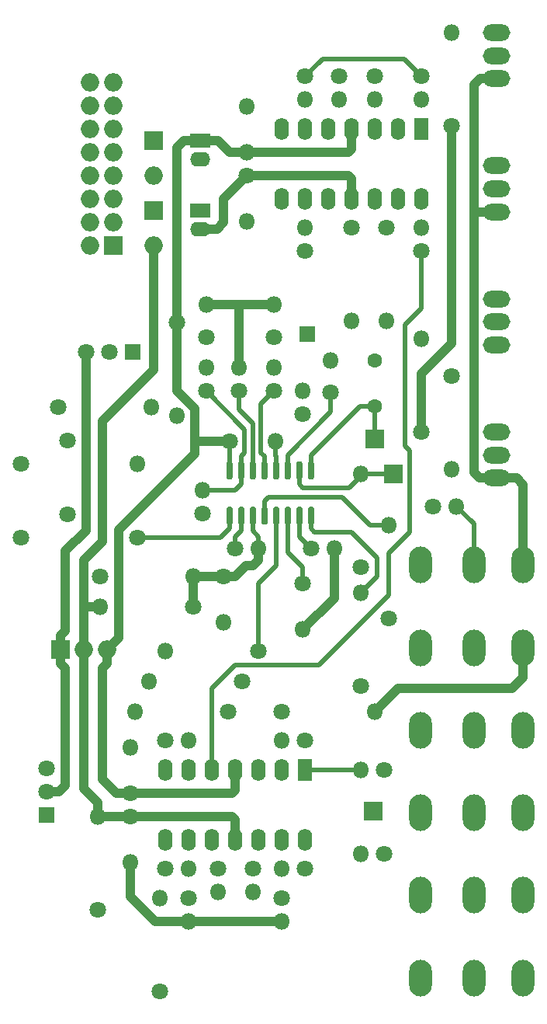
<source format=gbr>
G04 #@! TF.GenerationSoftware,KiCad,Pcbnew,(5.1.5-0)*
G04 #@! TF.CreationDate,2020-08-15T12:00:28+09:00*
G04 #@! TF.ProjectId,3340VCO_pcb_main,33333430-5643-44f5-9f70-63625f6d6169,rev?*
G04 #@! TF.SameCoordinates,PX30a32c0PY9becfe0*
G04 #@! TF.FileFunction,Copper,L1,Top*
G04 #@! TF.FilePolarity,Positive*
%FSLAX46Y46*%
G04 Gerber Fmt 4.6, Leading zero omitted, Abs format (unit mm)*
G04 Created by KiCad (PCBNEW (5.1.5-0)) date 2020-08-15 12:00:28*
%MOMM*%
%LPD*%
G04 APERTURE LIST*
%ADD10O,2.000000X2.000000*%
%ADD11R,2.000000X2.000000*%
%ADD12R,1.800000X1.800000*%
%ADD13C,1.800000*%
%ADD14C,1.600000*%
%ADD15O,1.800000X1.800000*%
%ADD16O,1.600000X2.400000*%
%ADD17R,1.600000X2.400000*%
%ADD18O,2.500000X4.000000*%
%ADD19R,2.200000X1.600000*%
%ADD20O,2.200000X1.600000*%
%ADD21O,3.000000X1.800000*%
%ADD22C,0.100000*%
%ADD23C,0.500000*%
%ADD24C,1.000000*%
G04 APERTURE END LIST*
D10*
X12700000Y39814500D03*
X10160000Y39814500D03*
D11*
X7620000Y39814500D03*
X41719500Y22161500D03*
X43942000Y58928000D03*
X41910000Y62738000D03*
D12*
X34544000Y74168000D03*
X6019800Y21717000D03*
D13*
X6019800Y26797000D03*
X6019800Y24257000D03*
D12*
X15443200Y72237600D03*
D13*
X10363200Y72237600D03*
X12903200Y72237600D03*
D14*
X41910000Y71294000D03*
X41910000Y66294000D03*
D13*
X29210000Y39624000D03*
D15*
X19050000Y39624000D03*
D16*
X34290000Y19050000D03*
X19050000Y26670000D03*
X31750000Y19050000D03*
X21590000Y26670000D03*
X29210000Y19050000D03*
X24130000Y26670000D03*
X26670000Y19050000D03*
X26670000Y26670000D03*
X24130000Y19050000D03*
X29210000Y26670000D03*
X21590000Y19050000D03*
X31750000Y26670000D03*
X19050000Y19050000D03*
D17*
X34290000Y26670000D03*
D16*
X46990000Y88900000D03*
X31750000Y96520000D03*
X44450000Y88900000D03*
X34290000Y96520000D03*
X41910000Y88900000D03*
X36830000Y96520000D03*
X39370000Y88900000D03*
X39370000Y96520000D03*
X36830000Y88900000D03*
X41910000Y96520000D03*
X34290000Y88900000D03*
X44450000Y96520000D03*
X31750000Y88900000D03*
D17*
X46990000Y96520000D03*
D13*
X39370000Y85725000D03*
D15*
X39370000Y75565000D03*
D13*
X27051000Y67945000D03*
D15*
X27051000Y70485000D03*
D18*
X46850000Y31000000D03*
X52700000Y31000000D03*
X58050000Y31000000D03*
X46850000Y4000000D03*
X52700000Y4000000D03*
X58050000Y4000000D03*
X46850000Y13000000D03*
X52700000Y13000000D03*
X58050000Y13000000D03*
X46850000Y22000000D03*
X52700000Y22000000D03*
X58050000Y22000000D03*
X46850000Y40000000D03*
X52700000Y40000000D03*
X58050000Y40000000D03*
X46850000Y49000000D03*
X52700000Y49000000D03*
X58050000Y49000000D03*
D15*
X27940000Y86440000D03*
D13*
X27940000Y91440000D03*
D15*
X23495000Y77343000D03*
D13*
X23495000Y73843000D03*
D15*
X30861000Y77343000D03*
D13*
X30861000Y73843000D03*
X34036000Y46990000D03*
D15*
X34036000Y41990000D03*
D13*
X37084000Y67818000D03*
D15*
X37084000Y71318000D03*
D19*
X22860000Y95250000D03*
D20*
X22860000Y93250000D03*
X22860000Y85630000D03*
D19*
X22860000Y87630000D03*
D15*
X25400000Y42752000D03*
D13*
X25400000Y47752000D03*
D15*
X31035000Y62484000D03*
D13*
X26035000Y62484000D03*
D15*
X15240000Y29130000D03*
D13*
X15240000Y24130000D03*
X15240000Y21590000D03*
D15*
X15240000Y16590000D03*
X27940000Y93980000D03*
X27940000Y98980000D03*
D13*
X16000000Y52000000D03*
X8380000Y54540000D03*
X3300000Y52000000D03*
D21*
X55200000Y78000000D03*
X55200000Y75500000D03*
X55200000Y73000000D03*
X55200000Y58500000D03*
X55200000Y61000000D03*
X55200000Y63500000D03*
X55200000Y92500000D03*
X55200000Y90000000D03*
X55200000Y87500000D03*
X55200000Y102000000D03*
X55200000Y104500000D03*
X55200000Y107000000D03*
D15*
X16000000Y60000000D03*
D13*
X8380000Y62540000D03*
X3300000Y60000000D03*
X19050000Y15875000D03*
D15*
X21590000Y15875000D03*
X31750000Y15875000D03*
D13*
X34290000Y15875000D03*
X31750000Y12700000D03*
D15*
X31750000Y10160000D03*
D10*
X17780000Y91440000D03*
D11*
X17780000Y95250000D03*
X17780000Y87630000D03*
D10*
X17780000Y83820000D03*
D15*
X23495000Y70485000D03*
D13*
X23495000Y67945000D03*
X30861000Y67945000D03*
D15*
X30861000Y70485000D03*
X41910000Y99695000D03*
D13*
X41910000Y102235000D03*
D15*
X37973000Y99695000D03*
D13*
X37973000Y102235000D03*
D15*
X46990000Y85725000D03*
D13*
X46990000Y83185000D03*
X34290000Y83185000D03*
D15*
X34290000Y85725000D03*
D13*
X46990000Y102235000D03*
D15*
X46990000Y99695000D03*
D13*
X34290000Y102235000D03*
D15*
X34290000Y99695000D03*
X21590000Y29845000D03*
D13*
X19050000Y29845000D03*
D15*
X23114000Y57150000D03*
D13*
X23114000Y54610000D03*
X34925000Y50800000D03*
D15*
X37465000Y50800000D03*
D13*
X34036000Y65405000D03*
D15*
X34036000Y67945000D03*
X29210000Y50800000D03*
D13*
X26670000Y50800000D03*
X24765000Y15875000D03*
D15*
X24765000Y13335000D03*
X28575000Y13335000D03*
D13*
X28575000Y15875000D03*
D15*
X21590000Y10160000D03*
D13*
X21590000Y12700000D03*
D15*
X31750000Y29845000D03*
D13*
X34290000Y29845000D03*
X42926000Y17526000D03*
D15*
X40386000Y17526000D03*
X40386000Y26670000D03*
D13*
X42926000Y26670000D03*
G04 #@! TA.AperFunction,SMDPad,CuDef*
D22*
G36*
X26199703Y55331278D02*
G01*
X26214264Y55329118D01*
X26228543Y55325541D01*
X26242403Y55320582D01*
X26255710Y55314288D01*
X26268336Y55306720D01*
X26280159Y55297952D01*
X26291066Y55288066D01*
X26300952Y55277159D01*
X26309720Y55265336D01*
X26317288Y55252710D01*
X26323582Y55239403D01*
X26328541Y55225543D01*
X26332118Y55211264D01*
X26334278Y55196703D01*
X26335000Y55182000D01*
X26335000Y53532000D01*
X26334278Y53517297D01*
X26332118Y53502736D01*
X26328541Y53488457D01*
X26323582Y53474597D01*
X26317288Y53461290D01*
X26309720Y53448664D01*
X26300952Y53436841D01*
X26291066Y53425934D01*
X26280159Y53416048D01*
X26268336Y53407280D01*
X26255710Y53399712D01*
X26242403Y53393418D01*
X26228543Y53388459D01*
X26214264Y53384882D01*
X26199703Y53382722D01*
X26185000Y53382000D01*
X25885000Y53382000D01*
X25870297Y53382722D01*
X25855736Y53384882D01*
X25841457Y53388459D01*
X25827597Y53393418D01*
X25814290Y53399712D01*
X25801664Y53407280D01*
X25789841Y53416048D01*
X25778934Y53425934D01*
X25769048Y53436841D01*
X25760280Y53448664D01*
X25752712Y53461290D01*
X25746418Y53474597D01*
X25741459Y53488457D01*
X25737882Y53502736D01*
X25735722Y53517297D01*
X25735000Y53532000D01*
X25735000Y55182000D01*
X25735722Y55196703D01*
X25737882Y55211264D01*
X25741459Y55225543D01*
X25746418Y55239403D01*
X25752712Y55252710D01*
X25760280Y55265336D01*
X25769048Y55277159D01*
X25778934Y55288066D01*
X25789841Y55297952D01*
X25801664Y55306720D01*
X25814290Y55314288D01*
X25827597Y55320582D01*
X25841457Y55325541D01*
X25855736Y55329118D01*
X25870297Y55331278D01*
X25885000Y55332000D01*
X26185000Y55332000D01*
X26199703Y55331278D01*
G37*
G04 #@! TD.AperFunction*
G04 #@! TA.AperFunction,SMDPad,CuDef*
G36*
X27469703Y55331278D02*
G01*
X27484264Y55329118D01*
X27498543Y55325541D01*
X27512403Y55320582D01*
X27525710Y55314288D01*
X27538336Y55306720D01*
X27550159Y55297952D01*
X27561066Y55288066D01*
X27570952Y55277159D01*
X27579720Y55265336D01*
X27587288Y55252710D01*
X27593582Y55239403D01*
X27598541Y55225543D01*
X27602118Y55211264D01*
X27604278Y55196703D01*
X27605000Y55182000D01*
X27605000Y53532000D01*
X27604278Y53517297D01*
X27602118Y53502736D01*
X27598541Y53488457D01*
X27593582Y53474597D01*
X27587288Y53461290D01*
X27579720Y53448664D01*
X27570952Y53436841D01*
X27561066Y53425934D01*
X27550159Y53416048D01*
X27538336Y53407280D01*
X27525710Y53399712D01*
X27512403Y53393418D01*
X27498543Y53388459D01*
X27484264Y53384882D01*
X27469703Y53382722D01*
X27455000Y53382000D01*
X27155000Y53382000D01*
X27140297Y53382722D01*
X27125736Y53384882D01*
X27111457Y53388459D01*
X27097597Y53393418D01*
X27084290Y53399712D01*
X27071664Y53407280D01*
X27059841Y53416048D01*
X27048934Y53425934D01*
X27039048Y53436841D01*
X27030280Y53448664D01*
X27022712Y53461290D01*
X27016418Y53474597D01*
X27011459Y53488457D01*
X27007882Y53502736D01*
X27005722Y53517297D01*
X27005000Y53532000D01*
X27005000Y55182000D01*
X27005722Y55196703D01*
X27007882Y55211264D01*
X27011459Y55225543D01*
X27016418Y55239403D01*
X27022712Y55252710D01*
X27030280Y55265336D01*
X27039048Y55277159D01*
X27048934Y55288066D01*
X27059841Y55297952D01*
X27071664Y55306720D01*
X27084290Y55314288D01*
X27097597Y55320582D01*
X27111457Y55325541D01*
X27125736Y55329118D01*
X27140297Y55331278D01*
X27155000Y55332000D01*
X27455000Y55332000D01*
X27469703Y55331278D01*
G37*
G04 #@! TD.AperFunction*
G04 #@! TA.AperFunction,SMDPad,CuDef*
G36*
X28739703Y55331278D02*
G01*
X28754264Y55329118D01*
X28768543Y55325541D01*
X28782403Y55320582D01*
X28795710Y55314288D01*
X28808336Y55306720D01*
X28820159Y55297952D01*
X28831066Y55288066D01*
X28840952Y55277159D01*
X28849720Y55265336D01*
X28857288Y55252710D01*
X28863582Y55239403D01*
X28868541Y55225543D01*
X28872118Y55211264D01*
X28874278Y55196703D01*
X28875000Y55182000D01*
X28875000Y53532000D01*
X28874278Y53517297D01*
X28872118Y53502736D01*
X28868541Y53488457D01*
X28863582Y53474597D01*
X28857288Y53461290D01*
X28849720Y53448664D01*
X28840952Y53436841D01*
X28831066Y53425934D01*
X28820159Y53416048D01*
X28808336Y53407280D01*
X28795710Y53399712D01*
X28782403Y53393418D01*
X28768543Y53388459D01*
X28754264Y53384882D01*
X28739703Y53382722D01*
X28725000Y53382000D01*
X28425000Y53382000D01*
X28410297Y53382722D01*
X28395736Y53384882D01*
X28381457Y53388459D01*
X28367597Y53393418D01*
X28354290Y53399712D01*
X28341664Y53407280D01*
X28329841Y53416048D01*
X28318934Y53425934D01*
X28309048Y53436841D01*
X28300280Y53448664D01*
X28292712Y53461290D01*
X28286418Y53474597D01*
X28281459Y53488457D01*
X28277882Y53502736D01*
X28275722Y53517297D01*
X28275000Y53532000D01*
X28275000Y55182000D01*
X28275722Y55196703D01*
X28277882Y55211264D01*
X28281459Y55225543D01*
X28286418Y55239403D01*
X28292712Y55252710D01*
X28300280Y55265336D01*
X28309048Y55277159D01*
X28318934Y55288066D01*
X28329841Y55297952D01*
X28341664Y55306720D01*
X28354290Y55314288D01*
X28367597Y55320582D01*
X28381457Y55325541D01*
X28395736Y55329118D01*
X28410297Y55331278D01*
X28425000Y55332000D01*
X28725000Y55332000D01*
X28739703Y55331278D01*
G37*
G04 #@! TD.AperFunction*
G04 #@! TA.AperFunction,SMDPad,CuDef*
G36*
X30009703Y55331278D02*
G01*
X30024264Y55329118D01*
X30038543Y55325541D01*
X30052403Y55320582D01*
X30065710Y55314288D01*
X30078336Y55306720D01*
X30090159Y55297952D01*
X30101066Y55288066D01*
X30110952Y55277159D01*
X30119720Y55265336D01*
X30127288Y55252710D01*
X30133582Y55239403D01*
X30138541Y55225543D01*
X30142118Y55211264D01*
X30144278Y55196703D01*
X30145000Y55182000D01*
X30145000Y53532000D01*
X30144278Y53517297D01*
X30142118Y53502736D01*
X30138541Y53488457D01*
X30133582Y53474597D01*
X30127288Y53461290D01*
X30119720Y53448664D01*
X30110952Y53436841D01*
X30101066Y53425934D01*
X30090159Y53416048D01*
X30078336Y53407280D01*
X30065710Y53399712D01*
X30052403Y53393418D01*
X30038543Y53388459D01*
X30024264Y53384882D01*
X30009703Y53382722D01*
X29995000Y53382000D01*
X29695000Y53382000D01*
X29680297Y53382722D01*
X29665736Y53384882D01*
X29651457Y53388459D01*
X29637597Y53393418D01*
X29624290Y53399712D01*
X29611664Y53407280D01*
X29599841Y53416048D01*
X29588934Y53425934D01*
X29579048Y53436841D01*
X29570280Y53448664D01*
X29562712Y53461290D01*
X29556418Y53474597D01*
X29551459Y53488457D01*
X29547882Y53502736D01*
X29545722Y53517297D01*
X29545000Y53532000D01*
X29545000Y55182000D01*
X29545722Y55196703D01*
X29547882Y55211264D01*
X29551459Y55225543D01*
X29556418Y55239403D01*
X29562712Y55252710D01*
X29570280Y55265336D01*
X29579048Y55277159D01*
X29588934Y55288066D01*
X29599841Y55297952D01*
X29611664Y55306720D01*
X29624290Y55314288D01*
X29637597Y55320582D01*
X29651457Y55325541D01*
X29665736Y55329118D01*
X29680297Y55331278D01*
X29695000Y55332000D01*
X29995000Y55332000D01*
X30009703Y55331278D01*
G37*
G04 #@! TD.AperFunction*
G04 #@! TA.AperFunction,SMDPad,CuDef*
G36*
X31279703Y55331278D02*
G01*
X31294264Y55329118D01*
X31308543Y55325541D01*
X31322403Y55320582D01*
X31335710Y55314288D01*
X31348336Y55306720D01*
X31360159Y55297952D01*
X31371066Y55288066D01*
X31380952Y55277159D01*
X31389720Y55265336D01*
X31397288Y55252710D01*
X31403582Y55239403D01*
X31408541Y55225543D01*
X31412118Y55211264D01*
X31414278Y55196703D01*
X31415000Y55182000D01*
X31415000Y53532000D01*
X31414278Y53517297D01*
X31412118Y53502736D01*
X31408541Y53488457D01*
X31403582Y53474597D01*
X31397288Y53461290D01*
X31389720Y53448664D01*
X31380952Y53436841D01*
X31371066Y53425934D01*
X31360159Y53416048D01*
X31348336Y53407280D01*
X31335710Y53399712D01*
X31322403Y53393418D01*
X31308543Y53388459D01*
X31294264Y53384882D01*
X31279703Y53382722D01*
X31265000Y53382000D01*
X30965000Y53382000D01*
X30950297Y53382722D01*
X30935736Y53384882D01*
X30921457Y53388459D01*
X30907597Y53393418D01*
X30894290Y53399712D01*
X30881664Y53407280D01*
X30869841Y53416048D01*
X30858934Y53425934D01*
X30849048Y53436841D01*
X30840280Y53448664D01*
X30832712Y53461290D01*
X30826418Y53474597D01*
X30821459Y53488457D01*
X30817882Y53502736D01*
X30815722Y53517297D01*
X30815000Y53532000D01*
X30815000Y55182000D01*
X30815722Y55196703D01*
X30817882Y55211264D01*
X30821459Y55225543D01*
X30826418Y55239403D01*
X30832712Y55252710D01*
X30840280Y55265336D01*
X30849048Y55277159D01*
X30858934Y55288066D01*
X30869841Y55297952D01*
X30881664Y55306720D01*
X30894290Y55314288D01*
X30907597Y55320582D01*
X30921457Y55325541D01*
X30935736Y55329118D01*
X30950297Y55331278D01*
X30965000Y55332000D01*
X31265000Y55332000D01*
X31279703Y55331278D01*
G37*
G04 #@! TD.AperFunction*
G04 #@! TA.AperFunction,SMDPad,CuDef*
G36*
X32549703Y55331278D02*
G01*
X32564264Y55329118D01*
X32578543Y55325541D01*
X32592403Y55320582D01*
X32605710Y55314288D01*
X32618336Y55306720D01*
X32630159Y55297952D01*
X32641066Y55288066D01*
X32650952Y55277159D01*
X32659720Y55265336D01*
X32667288Y55252710D01*
X32673582Y55239403D01*
X32678541Y55225543D01*
X32682118Y55211264D01*
X32684278Y55196703D01*
X32685000Y55182000D01*
X32685000Y53532000D01*
X32684278Y53517297D01*
X32682118Y53502736D01*
X32678541Y53488457D01*
X32673582Y53474597D01*
X32667288Y53461290D01*
X32659720Y53448664D01*
X32650952Y53436841D01*
X32641066Y53425934D01*
X32630159Y53416048D01*
X32618336Y53407280D01*
X32605710Y53399712D01*
X32592403Y53393418D01*
X32578543Y53388459D01*
X32564264Y53384882D01*
X32549703Y53382722D01*
X32535000Y53382000D01*
X32235000Y53382000D01*
X32220297Y53382722D01*
X32205736Y53384882D01*
X32191457Y53388459D01*
X32177597Y53393418D01*
X32164290Y53399712D01*
X32151664Y53407280D01*
X32139841Y53416048D01*
X32128934Y53425934D01*
X32119048Y53436841D01*
X32110280Y53448664D01*
X32102712Y53461290D01*
X32096418Y53474597D01*
X32091459Y53488457D01*
X32087882Y53502736D01*
X32085722Y53517297D01*
X32085000Y53532000D01*
X32085000Y55182000D01*
X32085722Y55196703D01*
X32087882Y55211264D01*
X32091459Y55225543D01*
X32096418Y55239403D01*
X32102712Y55252710D01*
X32110280Y55265336D01*
X32119048Y55277159D01*
X32128934Y55288066D01*
X32139841Y55297952D01*
X32151664Y55306720D01*
X32164290Y55314288D01*
X32177597Y55320582D01*
X32191457Y55325541D01*
X32205736Y55329118D01*
X32220297Y55331278D01*
X32235000Y55332000D01*
X32535000Y55332000D01*
X32549703Y55331278D01*
G37*
G04 #@! TD.AperFunction*
G04 #@! TA.AperFunction,SMDPad,CuDef*
G36*
X33819703Y55331278D02*
G01*
X33834264Y55329118D01*
X33848543Y55325541D01*
X33862403Y55320582D01*
X33875710Y55314288D01*
X33888336Y55306720D01*
X33900159Y55297952D01*
X33911066Y55288066D01*
X33920952Y55277159D01*
X33929720Y55265336D01*
X33937288Y55252710D01*
X33943582Y55239403D01*
X33948541Y55225543D01*
X33952118Y55211264D01*
X33954278Y55196703D01*
X33955000Y55182000D01*
X33955000Y53532000D01*
X33954278Y53517297D01*
X33952118Y53502736D01*
X33948541Y53488457D01*
X33943582Y53474597D01*
X33937288Y53461290D01*
X33929720Y53448664D01*
X33920952Y53436841D01*
X33911066Y53425934D01*
X33900159Y53416048D01*
X33888336Y53407280D01*
X33875710Y53399712D01*
X33862403Y53393418D01*
X33848543Y53388459D01*
X33834264Y53384882D01*
X33819703Y53382722D01*
X33805000Y53382000D01*
X33505000Y53382000D01*
X33490297Y53382722D01*
X33475736Y53384882D01*
X33461457Y53388459D01*
X33447597Y53393418D01*
X33434290Y53399712D01*
X33421664Y53407280D01*
X33409841Y53416048D01*
X33398934Y53425934D01*
X33389048Y53436841D01*
X33380280Y53448664D01*
X33372712Y53461290D01*
X33366418Y53474597D01*
X33361459Y53488457D01*
X33357882Y53502736D01*
X33355722Y53517297D01*
X33355000Y53532000D01*
X33355000Y55182000D01*
X33355722Y55196703D01*
X33357882Y55211264D01*
X33361459Y55225543D01*
X33366418Y55239403D01*
X33372712Y55252710D01*
X33380280Y55265336D01*
X33389048Y55277159D01*
X33398934Y55288066D01*
X33409841Y55297952D01*
X33421664Y55306720D01*
X33434290Y55314288D01*
X33447597Y55320582D01*
X33461457Y55325541D01*
X33475736Y55329118D01*
X33490297Y55331278D01*
X33505000Y55332000D01*
X33805000Y55332000D01*
X33819703Y55331278D01*
G37*
G04 #@! TD.AperFunction*
G04 #@! TA.AperFunction,SMDPad,CuDef*
G36*
X35089703Y55331278D02*
G01*
X35104264Y55329118D01*
X35118543Y55325541D01*
X35132403Y55320582D01*
X35145710Y55314288D01*
X35158336Y55306720D01*
X35170159Y55297952D01*
X35181066Y55288066D01*
X35190952Y55277159D01*
X35199720Y55265336D01*
X35207288Y55252710D01*
X35213582Y55239403D01*
X35218541Y55225543D01*
X35222118Y55211264D01*
X35224278Y55196703D01*
X35225000Y55182000D01*
X35225000Y53532000D01*
X35224278Y53517297D01*
X35222118Y53502736D01*
X35218541Y53488457D01*
X35213582Y53474597D01*
X35207288Y53461290D01*
X35199720Y53448664D01*
X35190952Y53436841D01*
X35181066Y53425934D01*
X35170159Y53416048D01*
X35158336Y53407280D01*
X35145710Y53399712D01*
X35132403Y53393418D01*
X35118543Y53388459D01*
X35104264Y53384882D01*
X35089703Y53382722D01*
X35075000Y53382000D01*
X34775000Y53382000D01*
X34760297Y53382722D01*
X34745736Y53384882D01*
X34731457Y53388459D01*
X34717597Y53393418D01*
X34704290Y53399712D01*
X34691664Y53407280D01*
X34679841Y53416048D01*
X34668934Y53425934D01*
X34659048Y53436841D01*
X34650280Y53448664D01*
X34642712Y53461290D01*
X34636418Y53474597D01*
X34631459Y53488457D01*
X34627882Y53502736D01*
X34625722Y53517297D01*
X34625000Y53532000D01*
X34625000Y55182000D01*
X34625722Y55196703D01*
X34627882Y55211264D01*
X34631459Y55225543D01*
X34636418Y55239403D01*
X34642712Y55252710D01*
X34650280Y55265336D01*
X34659048Y55277159D01*
X34668934Y55288066D01*
X34679841Y55297952D01*
X34691664Y55306720D01*
X34704290Y55314288D01*
X34717597Y55320582D01*
X34731457Y55325541D01*
X34745736Y55329118D01*
X34760297Y55331278D01*
X34775000Y55332000D01*
X35075000Y55332000D01*
X35089703Y55331278D01*
G37*
G04 #@! TD.AperFunction*
G04 #@! TA.AperFunction,SMDPad,CuDef*
G36*
X35089703Y60281278D02*
G01*
X35104264Y60279118D01*
X35118543Y60275541D01*
X35132403Y60270582D01*
X35145710Y60264288D01*
X35158336Y60256720D01*
X35170159Y60247952D01*
X35181066Y60238066D01*
X35190952Y60227159D01*
X35199720Y60215336D01*
X35207288Y60202710D01*
X35213582Y60189403D01*
X35218541Y60175543D01*
X35222118Y60161264D01*
X35224278Y60146703D01*
X35225000Y60132000D01*
X35225000Y58482000D01*
X35224278Y58467297D01*
X35222118Y58452736D01*
X35218541Y58438457D01*
X35213582Y58424597D01*
X35207288Y58411290D01*
X35199720Y58398664D01*
X35190952Y58386841D01*
X35181066Y58375934D01*
X35170159Y58366048D01*
X35158336Y58357280D01*
X35145710Y58349712D01*
X35132403Y58343418D01*
X35118543Y58338459D01*
X35104264Y58334882D01*
X35089703Y58332722D01*
X35075000Y58332000D01*
X34775000Y58332000D01*
X34760297Y58332722D01*
X34745736Y58334882D01*
X34731457Y58338459D01*
X34717597Y58343418D01*
X34704290Y58349712D01*
X34691664Y58357280D01*
X34679841Y58366048D01*
X34668934Y58375934D01*
X34659048Y58386841D01*
X34650280Y58398664D01*
X34642712Y58411290D01*
X34636418Y58424597D01*
X34631459Y58438457D01*
X34627882Y58452736D01*
X34625722Y58467297D01*
X34625000Y58482000D01*
X34625000Y60132000D01*
X34625722Y60146703D01*
X34627882Y60161264D01*
X34631459Y60175543D01*
X34636418Y60189403D01*
X34642712Y60202710D01*
X34650280Y60215336D01*
X34659048Y60227159D01*
X34668934Y60238066D01*
X34679841Y60247952D01*
X34691664Y60256720D01*
X34704290Y60264288D01*
X34717597Y60270582D01*
X34731457Y60275541D01*
X34745736Y60279118D01*
X34760297Y60281278D01*
X34775000Y60282000D01*
X35075000Y60282000D01*
X35089703Y60281278D01*
G37*
G04 #@! TD.AperFunction*
G04 #@! TA.AperFunction,SMDPad,CuDef*
G36*
X33819703Y60281278D02*
G01*
X33834264Y60279118D01*
X33848543Y60275541D01*
X33862403Y60270582D01*
X33875710Y60264288D01*
X33888336Y60256720D01*
X33900159Y60247952D01*
X33911066Y60238066D01*
X33920952Y60227159D01*
X33929720Y60215336D01*
X33937288Y60202710D01*
X33943582Y60189403D01*
X33948541Y60175543D01*
X33952118Y60161264D01*
X33954278Y60146703D01*
X33955000Y60132000D01*
X33955000Y58482000D01*
X33954278Y58467297D01*
X33952118Y58452736D01*
X33948541Y58438457D01*
X33943582Y58424597D01*
X33937288Y58411290D01*
X33929720Y58398664D01*
X33920952Y58386841D01*
X33911066Y58375934D01*
X33900159Y58366048D01*
X33888336Y58357280D01*
X33875710Y58349712D01*
X33862403Y58343418D01*
X33848543Y58338459D01*
X33834264Y58334882D01*
X33819703Y58332722D01*
X33805000Y58332000D01*
X33505000Y58332000D01*
X33490297Y58332722D01*
X33475736Y58334882D01*
X33461457Y58338459D01*
X33447597Y58343418D01*
X33434290Y58349712D01*
X33421664Y58357280D01*
X33409841Y58366048D01*
X33398934Y58375934D01*
X33389048Y58386841D01*
X33380280Y58398664D01*
X33372712Y58411290D01*
X33366418Y58424597D01*
X33361459Y58438457D01*
X33357882Y58452736D01*
X33355722Y58467297D01*
X33355000Y58482000D01*
X33355000Y60132000D01*
X33355722Y60146703D01*
X33357882Y60161264D01*
X33361459Y60175543D01*
X33366418Y60189403D01*
X33372712Y60202710D01*
X33380280Y60215336D01*
X33389048Y60227159D01*
X33398934Y60238066D01*
X33409841Y60247952D01*
X33421664Y60256720D01*
X33434290Y60264288D01*
X33447597Y60270582D01*
X33461457Y60275541D01*
X33475736Y60279118D01*
X33490297Y60281278D01*
X33505000Y60282000D01*
X33805000Y60282000D01*
X33819703Y60281278D01*
G37*
G04 #@! TD.AperFunction*
G04 #@! TA.AperFunction,SMDPad,CuDef*
G36*
X32549703Y60281278D02*
G01*
X32564264Y60279118D01*
X32578543Y60275541D01*
X32592403Y60270582D01*
X32605710Y60264288D01*
X32618336Y60256720D01*
X32630159Y60247952D01*
X32641066Y60238066D01*
X32650952Y60227159D01*
X32659720Y60215336D01*
X32667288Y60202710D01*
X32673582Y60189403D01*
X32678541Y60175543D01*
X32682118Y60161264D01*
X32684278Y60146703D01*
X32685000Y60132000D01*
X32685000Y58482000D01*
X32684278Y58467297D01*
X32682118Y58452736D01*
X32678541Y58438457D01*
X32673582Y58424597D01*
X32667288Y58411290D01*
X32659720Y58398664D01*
X32650952Y58386841D01*
X32641066Y58375934D01*
X32630159Y58366048D01*
X32618336Y58357280D01*
X32605710Y58349712D01*
X32592403Y58343418D01*
X32578543Y58338459D01*
X32564264Y58334882D01*
X32549703Y58332722D01*
X32535000Y58332000D01*
X32235000Y58332000D01*
X32220297Y58332722D01*
X32205736Y58334882D01*
X32191457Y58338459D01*
X32177597Y58343418D01*
X32164290Y58349712D01*
X32151664Y58357280D01*
X32139841Y58366048D01*
X32128934Y58375934D01*
X32119048Y58386841D01*
X32110280Y58398664D01*
X32102712Y58411290D01*
X32096418Y58424597D01*
X32091459Y58438457D01*
X32087882Y58452736D01*
X32085722Y58467297D01*
X32085000Y58482000D01*
X32085000Y60132000D01*
X32085722Y60146703D01*
X32087882Y60161264D01*
X32091459Y60175543D01*
X32096418Y60189403D01*
X32102712Y60202710D01*
X32110280Y60215336D01*
X32119048Y60227159D01*
X32128934Y60238066D01*
X32139841Y60247952D01*
X32151664Y60256720D01*
X32164290Y60264288D01*
X32177597Y60270582D01*
X32191457Y60275541D01*
X32205736Y60279118D01*
X32220297Y60281278D01*
X32235000Y60282000D01*
X32535000Y60282000D01*
X32549703Y60281278D01*
G37*
G04 #@! TD.AperFunction*
G04 #@! TA.AperFunction,SMDPad,CuDef*
G36*
X31279703Y60281278D02*
G01*
X31294264Y60279118D01*
X31308543Y60275541D01*
X31322403Y60270582D01*
X31335710Y60264288D01*
X31348336Y60256720D01*
X31360159Y60247952D01*
X31371066Y60238066D01*
X31380952Y60227159D01*
X31389720Y60215336D01*
X31397288Y60202710D01*
X31403582Y60189403D01*
X31408541Y60175543D01*
X31412118Y60161264D01*
X31414278Y60146703D01*
X31415000Y60132000D01*
X31415000Y58482000D01*
X31414278Y58467297D01*
X31412118Y58452736D01*
X31408541Y58438457D01*
X31403582Y58424597D01*
X31397288Y58411290D01*
X31389720Y58398664D01*
X31380952Y58386841D01*
X31371066Y58375934D01*
X31360159Y58366048D01*
X31348336Y58357280D01*
X31335710Y58349712D01*
X31322403Y58343418D01*
X31308543Y58338459D01*
X31294264Y58334882D01*
X31279703Y58332722D01*
X31265000Y58332000D01*
X30965000Y58332000D01*
X30950297Y58332722D01*
X30935736Y58334882D01*
X30921457Y58338459D01*
X30907597Y58343418D01*
X30894290Y58349712D01*
X30881664Y58357280D01*
X30869841Y58366048D01*
X30858934Y58375934D01*
X30849048Y58386841D01*
X30840280Y58398664D01*
X30832712Y58411290D01*
X30826418Y58424597D01*
X30821459Y58438457D01*
X30817882Y58452736D01*
X30815722Y58467297D01*
X30815000Y58482000D01*
X30815000Y60132000D01*
X30815722Y60146703D01*
X30817882Y60161264D01*
X30821459Y60175543D01*
X30826418Y60189403D01*
X30832712Y60202710D01*
X30840280Y60215336D01*
X30849048Y60227159D01*
X30858934Y60238066D01*
X30869841Y60247952D01*
X30881664Y60256720D01*
X30894290Y60264288D01*
X30907597Y60270582D01*
X30921457Y60275541D01*
X30935736Y60279118D01*
X30950297Y60281278D01*
X30965000Y60282000D01*
X31265000Y60282000D01*
X31279703Y60281278D01*
G37*
G04 #@! TD.AperFunction*
G04 #@! TA.AperFunction,SMDPad,CuDef*
G36*
X30009703Y60281278D02*
G01*
X30024264Y60279118D01*
X30038543Y60275541D01*
X30052403Y60270582D01*
X30065710Y60264288D01*
X30078336Y60256720D01*
X30090159Y60247952D01*
X30101066Y60238066D01*
X30110952Y60227159D01*
X30119720Y60215336D01*
X30127288Y60202710D01*
X30133582Y60189403D01*
X30138541Y60175543D01*
X30142118Y60161264D01*
X30144278Y60146703D01*
X30145000Y60132000D01*
X30145000Y58482000D01*
X30144278Y58467297D01*
X30142118Y58452736D01*
X30138541Y58438457D01*
X30133582Y58424597D01*
X30127288Y58411290D01*
X30119720Y58398664D01*
X30110952Y58386841D01*
X30101066Y58375934D01*
X30090159Y58366048D01*
X30078336Y58357280D01*
X30065710Y58349712D01*
X30052403Y58343418D01*
X30038543Y58338459D01*
X30024264Y58334882D01*
X30009703Y58332722D01*
X29995000Y58332000D01*
X29695000Y58332000D01*
X29680297Y58332722D01*
X29665736Y58334882D01*
X29651457Y58338459D01*
X29637597Y58343418D01*
X29624290Y58349712D01*
X29611664Y58357280D01*
X29599841Y58366048D01*
X29588934Y58375934D01*
X29579048Y58386841D01*
X29570280Y58398664D01*
X29562712Y58411290D01*
X29556418Y58424597D01*
X29551459Y58438457D01*
X29547882Y58452736D01*
X29545722Y58467297D01*
X29545000Y58482000D01*
X29545000Y60132000D01*
X29545722Y60146703D01*
X29547882Y60161264D01*
X29551459Y60175543D01*
X29556418Y60189403D01*
X29562712Y60202710D01*
X29570280Y60215336D01*
X29579048Y60227159D01*
X29588934Y60238066D01*
X29599841Y60247952D01*
X29611664Y60256720D01*
X29624290Y60264288D01*
X29637597Y60270582D01*
X29651457Y60275541D01*
X29665736Y60279118D01*
X29680297Y60281278D01*
X29695000Y60282000D01*
X29995000Y60282000D01*
X30009703Y60281278D01*
G37*
G04 #@! TD.AperFunction*
G04 #@! TA.AperFunction,SMDPad,CuDef*
G36*
X28739703Y60281278D02*
G01*
X28754264Y60279118D01*
X28768543Y60275541D01*
X28782403Y60270582D01*
X28795710Y60264288D01*
X28808336Y60256720D01*
X28820159Y60247952D01*
X28831066Y60238066D01*
X28840952Y60227159D01*
X28849720Y60215336D01*
X28857288Y60202710D01*
X28863582Y60189403D01*
X28868541Y60175543D01*
X28872118Y60161264D01*
X28874278Y60146703D01*
X28875000Y60132000D01*
X28875000Y58482000D01*
X28874278Y58467297D01*
X28872118Y58452736D01*
X28868541Y58438457D01*
X28863582Y58424597D01*
X28857288Y58411290D01*
X28849720Y58398664D01*
X28840952Y58386841D01*
X28831066Y58375934D01*
X28820159Y58366048D01*
X28808336Y58357280D01*
X28795710Y58349712D01*
X28782403Y58343418D01*
X28768543Y58338459D01*
X28754264Y58334882D01*
X28739703Y58332722D01*
X28725000Y58332000D01*
X28425000Y58332000D01*
X28410297Y58332722D01*
X28395736Y58334882D01*
X28381457Y58338459D01*
X28367597Y58343418D01*
X28354290Y58349712D01*
X28341664Y58357280D01*
X28329841Y58366048D01*
X28318934Y58375934D01*
X28309048Y58386841D01*
X28300280Y58398664D01*
X28292712Y58411290D01*
X28286418Y58424597D01*
X28281459Y58438457D01*
X28277882Y58452736D01*
X28275722Y58467297D01*
X28275000Y58482000D01*
X28275000Y60132000D01*
X28275722Y60146703D01*
X28277882Y60161264D01*
X28281459Y60175543D01*
X28286418Y60189403D01*
X28292712Y60202710D01*
X28300280Y60215336D01*
X28309048Y60227159D01*
X28318934Y60238066D01*
X28329841Y60247952D01*
X28341664Y60256720D01*
X28354290Y60264288D01*
X28367597Y60270582D01*
X28381457Y60275541D01*
X28395736Y60279118D01*
X28410297Y60281278D01*
X28425000Y60282000D01*
X28725000Y60282000D01*
X28739703Y60281278D01*
G37*
G04 #@! TD.AperFunction*
G04 #@! TA.AperFunction,SMDPad,CuDef*
G36*
X27469703Y60281278D02*
G01*
X27484264Y60279118D01*
X27498543Y60275541D01*
X27512403Y60270582D01*
X27525710Y60264288D01*
X27538336Y60256720D01*
X27550159Y60247952D01*
X27561066Y60238066D01*
X27570952Y60227159D01*
X27579720Y60215336D01*
X27587288Y60202710D01*
X27593582Y60189403D01*
X27598541Y60175543D01*
X27602118Y60161264D01*
X27604278Y60146703D01*
X27605000Y60132000D01*
X27605000Y58482000D01*
X27604278Y58467297D01*
X27602118Y58452736D01*
X27598541Y58438457D01*
X27593582Y58424597D01*
X27587288Y58411290D01*
X27579720Y58398664D01*
X27570952Y58386841D01*
X27561066Y58375934D01*
X27550159Y58366048D01*
X27538336Y58357280D01*
X27525710Y58349712D01*
X27512403Y58343418D01*
X27498543Y58338459D01*
X27484264Y58334882D01*
X27469703Y58332722D01*
X27455000Y58332000D01*
X27155000Y58332000D01*
X27140297Y58332722D01*
X27125736Y58334882D01*
X27111457Y58338459D01*
X27097597Y58343418D01*
X27084290Y58349712D01*
X27071664Y58357280D01*
X27059841Y58366048D01*
X27048934Y58375934D01*
X27039048Y58386841D01*
X27030280Y58398664D01*
X27022712Y58411290D01*
X27016418Y58424597D01*
X27011459Y58438457D01*
X27007882Y58452736D01*
X27005722Y58467297D01*
X27005000Y58482000D01*
X27005000Y60132000D01*
X27005722Y60146703D01*
X27007882Y60161264D01*
X27011459Y60175543D01*
X27016418Y60189403D01*
X27022712Y60202710D01*
X27030280Y60215336D01*
X27039048Y60227159D01*
X27048934Y60238066D01*
X27059841Y60247952D01*
X27071664Y60256720D01*
X27084290Y60264288D01*
X27097597Y60270582D01*
X27111457Y60275541D01*
X27125736Y60279118D01*
X27140297Y60281278D01*
X27155000Y60282000D01*
X27455000Y60282000D01*
X27469703Y60281278D01*
G37*
G04 #@! TD.AperFunction*
G04 #@! TA.AperFunction,SMDPad,CuDef*
G36*
X26199703Y60281278D02*
G01*
X26214264Y60279118D01*
X26228543Y60275541D01*
X26242403Y60270582D01*
X26255710Y60264288D01*
X26268336Y60256720D01*
X26280159Y60247952D01*
X26291066Y60238066D01*
X26300952Y60227159D01*
X26309720Y60215336D01*
X26317288Y60202710D01*
X26323582Y60189403D01*
X26328541Y60175543D01*
X26332118Y60161264D01*
X26334278Y60146703D01*
X26335000Y60132000D01*
X26335000Y58482000D01*
X26334278Y58467297D01*
X26332118Y58452736D01*
X26328541Y58438457D01*
X26323582Y58424597D01*
X26317288Y58411290D01*
X26309720Y58398664D01*
X26300952Y58386841D01*
X26291066Y58375934D01*
X26280159Y58366048D01*
X26268336Y58357280D01*
X26255710Y58349712D01*
X26242403Y58343418D01*
X26228543Y58338459D01*
X26214264Y58334882D01*
X26199703Y58332722D01*
X26185000Y58332000D01*
X25885000Y58332000D01*
X25870297Y58332722D01*
X25855736Y58334882D01*
X25841457Y58338459D01*
X25827597Y58343418D01*
X25814290Y58349712D01*
X25801664Y58357280D01*
X25789841Y58366048D01*
X25778934Y58375934D01*
X25769048Y58386841D01*
X25760280Y58398664D01*
X25752712Y58411290D01*
X25746418Y58424597D01*
X25741459Y58438457D01*
X25737882Y58452736D01*
X25735722Y58467297D01*
X25735000Y58482000D01*
X25735000Y60132000D01*
X25735722Y60146703D01*
X25737882Y60161264D01*
X25741459Y60175543D01*
X25746418Y60189403D01*
X25752712Y60202710D01*
X25760280Y60215336D01*
X25769048Y60227159D01*
X25778934Y60238066D01*
X25789841Y60247952D01*
X25801664Y60256720D01*
X25814290Y60264288D01*
X25827597Y60270582D01*
X25841457Y60275541D01*
X25855736Y60279118D01*
X25870297Y60281278D01*
X25885000Y60282000D01*
X26185000Y60282000D01*
X26199703Y60281278D01*
G37*
G04 #@! TD.AperFunction*
D11*
X13335000Y83820000D03*
D10*
X10795000Y83820000D03*
X13335000Y86360000D03*
X10795000Y86360000D03*
X13335000Y88900000D03*
X10795000Y88900000D03*
X13335000Y91440000D03*
X10795000Y91440000D03*
X13335000Y93980000D03*
X10795000Y93980000D03*
X13335000Y96520000D03*
X10795000Y96520000D03*
X13335000Y99060000D03*
X10795000Y99060000D03*
X13335000Y101600000D03*
X10795000Y101600000D03*
D15*
X43180000Y75565000D03*
D13*
X43180000Y85725000D03*
X46990000Y63500000D03*
D15*
X46990000Y73660000D03*
D13*
X50292000Y96840000D03*
D15*
X50292000Y107000000D03*
D13*
X20320000Y75438000D03*
D15*
X20320000Y65278000D03*
D13*
X50292000Y69596000D03*
D15*
X50292000Y59436000D03*
D13*
X11938000Y47752000D03*
D15*
X22098000Y47752000D03*
D13*
X7366000Y66167000D03*
D15*
X17526000Y66167000D03*
D13*
X22098000Y44450000D03*
D15*
X11938000Y44450000D03*
D13*
X11684000Y11430000D03*
D15*
X11684000Y21590000D03*
D13*
X43434000Y43180000D03*
D15*
X43434000Y53340000D03*
X40386000Y45974000D03*
D13*
X40386000Y35814000D03*
X40386000Y48768000D03*
D15*
X40386000Y58928000D03*
D13*
X48260000Y55372000D03*
D15*
X50800000Y55372000D03*
D13*
X25908000Y33020000D03*
D15*
X15748000Y33020000D03*
X17272000Y36322000D03*
D13*
X27432000Y36322000D03*
X31750000Y33020000D03*
D15*
X41910000Y33020000D03*
D13*
X18415000Y2540000D03*
D15*
X18415000Y12700000D03*
D23*
X31035000Y60913000D02*
X31035000Y62484000D01*
X31115000Y60833000D02*
X31035000Y60913000D01*
X31115000Y59307000D02*
X31115000Y60833000D01*
D24*
X57324000Y58500000D02*
X55200000Y58500000D01*
X58050000Y57774000D02*
X57324000Y58500000D01*
X58050000Y49000000D02*
X58050000Y57774000D01*
X53260000Y58500000D02*
X55200000Y58500000D01*
X52700000Y59060000D02*
X53260000Y58500000D01*
X52705000Y87376000D02*
X52700000Y59060000D01*
X52829000Y87500000D02*
X52705000Y87376000D01*
X55200000Y87500000D02*
X52829000Y87500000D01*
X52705000Y101346000D02*
X52705000Y87376000D01*
X53359000Y102000000D02*
X52705000Y101346000D01*
X55200000Y102000000D02*
X53359000Y102000000D01*
X37465000Y45419000D02*
X34036000Y41990000D01*
X37465000Y50800000D02*
X37465000Y45419000D01*
X21590000Y10160000D02*
X31750000Y10160000D01*
X17907000Y10160000D02*
X21590000Y10160000D01*
X15240000Y12827000D02*
X17907000Y10160000D01*
X15240000Y16590000D02*
X15240000Y12827000D01*
X58050000Y36714000D02*
X58050000Y40000000D01*
X56896000Y35560000D02*
X58050000Y36714000D01*
X44450000Y35560000D02*
X56896000Y35560000D01*
X41910000Y33020000D02*
X44450000Y35560000D01*
X30861000Y77343000D02*
X23495000Y77343000D01*
X27051000Y77343000D02*
X30861000Y77343000D01*
X27051000Y70485000D02*
X27051000Y77343000D01*
X7620000Y38282000D02*
X7620000Y39814500D01*
X8128000Y37774000D02*
X7620000Y38282000D01*
X8128000Y24968200D02*
X8128000Y37774000D01*
X7416800Y24257000D02*
X8128000Y24968200D01*
X6019800Y24257000D02*
X7416800Y24257000D01*
X7620000Y41275000D02*
X7620000Y39814500D01*
X8128000Y41783000D02*
X7620000Y41275000D01*
X10364999Y72235801D02*
X10364999Y52782999D01*
X8128000Y50546000D02*
X8128000Y41783000D01*
X10364999Y52782999D02*
X8128000Y50546000D01*
X10363200Y72237600D02*
X10364999Y72235801D01*
D23*
X34036000Y48740000D02*
X34036000Y46990000D01*
X32385000Y50391000D02*
X34036000Y48740000D01*
X32385000Y54357000D02*
X32385000Y50391000D01*
X37084000Y65659000D02*
X37084000Y66545208D01*
X32385000Y60960000D02*
X37084000Y65659000D01*
X37084000Y66545208D02*
X37084000Y67818000D01*
X32385000Y59307000D02*
X32385000Y60960000D01*
D24*
X46990000Y69850000D02*
X46990000Y63500000D01*
X50292000Y73152000D02*
X46990000Y69850000D01*
X50292000Y96840000D02*
X50292000Y73152000D01*
D23*
X26035000Y59307000D02*
X26035000Y62484000D01*
D24*
X39370000Y94320000D02*
X39370000Y96520000D01*
X39030000Y93980000D02*
X39370000Y94320000D01*
X27940000Y93980000D02*
X39030000Y93980000D01*
X26035000Y93980000D02*
X27940000Y93980000D01*
X24765000Y95250000D02*
X26035000Y93980000D01*
X22860000Y95250000D02*
X24765000Y95250000D01*
X26670000Y24470000D02*
X26670000Y26670000D01*
X26330000Y24130000D02*
X26670000Y24470000D01*
X15240000Y24130000D02*
X26330000Y24130000D01*
X20320000Y67945000D02*
X22225000Y66040000D01*
X20320000Y94510000D02*
X20320000Y67945000D01*
X21060000Y95250000D02*
X20320000Y94510000D01*
X22860000Y95250000D02*
X21060000Y95250000D01*
X22479000Y62484000D02*
X22225000Y62230000D01*
X26035000Y62484000D02*
X22479000Y62484000D01*
X22225000Y66040000D02*
X22225000Y62230000D01*
X12192000Y25654000D02*
X13716000Y24130000D01*
X12192000Y37782500D02*
X12192000Y25654000D01*
X13716000Y24130000D02*
X15240000Y24130000D01*
X12700000Y38290500D02*
X12192000Y37782500D01*
X12700000Y39814500D02*
X12700000Y38290500D01*
X13970000Y41084500D02*
X12700000Y39814500D01*
X13970000Y52832000D02*
X13970000Y41084500D01*
X22225000Y61087000D02*
X13970000Y52832000D01*
X22225000Y62230000D02*
X22225000Y61087000D01*
X39370000Y91100000D02*
X39370000Y88900000D01*
X39030000Y91440000D02*
X39370000Y91100000D01*
X27940000Y91440000D02*
X39030000Y91440000D01*
X24670000Y85630000D02*
X22860000Y85630000D01*
X25400000Y86360000D02*
X24670000Y85630000D01*
X25400000Y88900000D02*
X25400000Y86360000D01*
X27940000Y91440000D02*
X25400000Y88900000D01*
X26330000Y21590000D02*
X26670000Y21250000D01*
X26670000Y21250000D02*
X26670000Y19050000D01*
X15240000Y21590000D02*
X26330000Y21590000D01*
X11938000Y44450000D02*
X10160000Y44450000D01*
X10160000Y24638000D02*
X10160000Y44450000D01*
X15240000Y21590000D02*
X11684000Y21590000D01*
X10160000Y24638000D02*
X11684000Y23114000D01*
X11684000Y23114000D02*
X11684000Y21590000D01*
X17780000Y70281800D02*
X17780000Y83820000D01*
X12192000Y51562000D02*
X12192000Y64693800D01*
X10160000Y49530000D02*
X12192000Y51562000D01*
X12192000Y64693800D02*
X17780000Y70281800D01*
X10160000Y44450000D02*
X10160000Y49530000D01*
D23*
X27305000Y57785000D02*
X27305000Y59307000D01*
X26670000Y57150000D02*
X27305000Y57785000D01*
X23114000Y57150000D02*
X26670000Y57150000D01*
X45085000Y104140000D02*
X46190001Y103034999D01*
X36195000Y104140000D02*
X45085000Y104140000D01*
X46190001Y103034999D02*
X46990000Y102235000D01*
X34290000Y102235000D02*
X36195000Y104140000D01*
X27686000Y63754000D02*
X23495000Y67945000D01*
X27686000Y61214000D02*
X27686000Y63754000D01*
X27305000Y60833000D02*
X27686000Y61214000D01*
X27305000Y59307000D02*
X27305000Y60833000D01*
X29464000Y66548000D02*
X30861000Y67945000D01*
X29464000Y61214000D02*
X29464000Y66548000D01*
X29845000Y60833000D02*
X29464000Y61214000D01*
X29845000Y59307000D02*
X29845000Y60833000D01*
X26670000Y50800000D02*
X26670000Y52070000D01*
X26670000Y52070000D02*
X27305000Y52705000D01*
X27305000Y52705000D02*
X27305000Y54357000D01*
X52700000Y53472000D02*
X50800000Y55372000D01*
X52700000Y49000000D02*
X52700000Y53472000D01*
X46990000Y76962000D02*
X46990000Y83185000D01*
X45212000Y75184000D02*
X46990000Y76962000D01*
X45720000Y61468000D02*
X45212000Y61976000D01*
X45720000Y52578000D02*
X45720000Y61468000D01*
X43434000Y50292000D02*
X45720000Y52578000D01*
X43434000Y45720000D02*
X43434000Y50292000D01*
X26670000Y38100000D02*
X35814000Y38100000D01*
X24130000Y35560000D02*
X26670000Y38100000D01*
X35814000Y38100000D02*
X43434000Y45720000D01*
X45212000Y61976000D02*
X45212000Y75184000D01*
X24130000Y26670000D02*
X24130000Y35560000D01*
X33655000Y52070000D02*
X34925000Y50800000D01*
X33655000Y54357000D02*
X33655000Y52070000D01*
X31115000Y48895000D02*
X29210000Y46990000D01*
X31115000Y54357000D02*
X31115000Y48895000D01*
X29210000Y39370000D02*
X29210000Y46990000D01*
X39370000Y52578000D02*
X42164000Y49784000D01*
X42164000Y47752000D02*
X40386000Y45974000D01*
X42164000Y49784000D02*
X42164000Y47752000D01*
X34925000Y54357000D02*
X34925000Y52959000D01*
X34925000Y52959000D02*
X35306000Y52578000D01*
X35306000Y52578000D02*
X39370000Y52578000D01*
X40259000Y66294000D02*
X41910000Y66294000D01*
X34925000Y60960000D02*
X40259000Y66294000D01*
X34925000Y59307000D02*
X34925000Y60960000D01*
X41910000Y66294000D02*
X41910000Y62738000D01*
X33655000Y57785000D02*
X33655000Y59307000D01*
X34036000Y57404000D02*
X33655000Y57785000D01*
X39116000Y57404000D02*
X34036000Y57404000D01*
X40386000Y58674000D02*
X39116000Y57404000D01*
X40386000Y58928000D02*
X40386000Y58674000D01*
X40386000Y58928000D02*
X43942000Y58928000D01*
X29845000Y55923500D02*
X29845000Y54357000D01*
X30309500Y56388000D02*
X29845000Y55923500D01*
X38354000Y56388000D02*
X30309500Y56388000D01*
X41402000Y53340000D02*
X38354000Y56388000D01*
X43434000Y53340000D02*
X41402000Y53340000D01*
X28575000Y64389000D02*
X28575000Y59307000D01*
X27051000Y65913000D02*
X28575000Y64389000D01*
X27051000Y67945000D02*
X27051000Y65913000D01*
X34290000Y26670000D02*
X40386000Y26670000D01*
X28575000Y52705000D02*
X28575000Y54357000D01*
X29210000Y52070000D02*
X28575000Y52705000D01*
X29210000Y50800000D02*
X29210000Y52070000D01*
D24*
X28575000Y48895000D02*
X27813000Y48895000D01*
X27813000Y48895000D02*
X26670000Y47752000D01*
X29210000Y49530000D02*
X28575000Y48895000D01*
X29210000Y50800000D02*
X29210000Y49530000D01*
X26670000Y47752000D02*
X22098000Y47752000D01*
X22098000Y44450000D02*
X22098000Y47752000D01*
D23*
X26035000Y54357000D02*
X26035000Y53035000D01*
X25000000Y52000000D02*
X16000000Y52000000D01*
X26035000Y53035000D02*
X25000000Y52000000D01*
M02*

</source>
